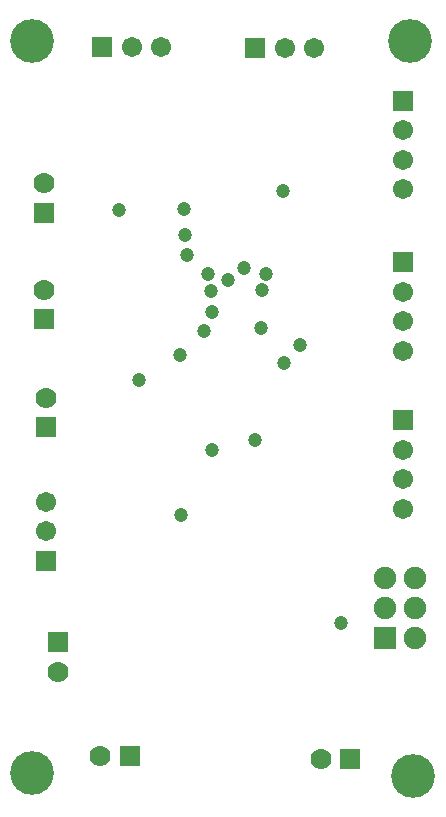
<source format=gbs>
G04*
G04 #@! TF.GenerationSoftware,Altium Limited,Altium Designer,24.1.2 (44)*
G04*
G04 Layer_Color=16711935*
%FSLAX44Y44*%
%MOMM*%
G71*
G04*
G04 #@! TF.SameCoordinates,8B991FCA-0915-420C-AD92-161D74BCA782*
G04*
G04*
G04 #@! TF.FilePolarity,Negative*
G04*
G01*
G75*
%ADD40R,1.7782X1.7782*%
%ADD41C,1.7782*%
%ADD42R,1.7782X1.7782*%
%ADD43C,1.9132*%
%ADD44R,1.9132X1.9132*%
%ADD45R,1.7112X1.7112*%
%ADD46C,1.7112*%
%ADD47C,3.7032*%
%ADD48R,1.7112X1.7112*%
%ADD49C,1.2032*%
D40*
X137160Y207010D02*
D03*
X323850Y204470D02*
D03*
D41*
X112160Y207010D02*
D03*
X76200Y278530D02*
D03*
X64600Y601780D02*
D03*
X298850Y204470D02*
D03*
X64770Y692150D02*
D03*
X65870Y510340D02*
D03*
D42*
X76200Y303530D02*
D03*
X64600Y576780D02*
D03*
X64770Y667150D02*
D03*
X65870Y485340D02*
D03*
D43*
X378460Y358140D02*
D03*
X353060D02*
D03*
X378460Y332740D02*
D03*
X353060D02*
D03*
X378460Y307340D02*
D03*
D44*
X353060D02*
D03*
D45*
X113830Y807720D02*
D03*
X243370Y806450D02*
D03*
D46*
X138830Y807720D02*
D03*
X163830D02*
D03*
X368300Y737000D02*
D03*
Y687000D02*
D03*
Y712000D02*
D03*
X293370Y806450D02*
D03*
X268370D02*
D03*
X368300Y441490D02*
D03*
Y416490D02*
D03*
Y466490D02*
D03*
X65870Y422510D02*
D03*
Y397510D02*
D03*
X368300Y575310D02*
D03*
Y550310D02*
D03*
Y600310D02*
D03*
D47*
X377190Y190500D02*
D03*
X54610Y193040D02*
D03*
X374650Y812800D02*
D03*
X54610D02*
D03*
D48*
X368300Y762000D02*
D03*
Y491490D02*
D03*
X65870Y372510D02*
D03*
X368300Y625310D02*
D03*
D49*
X183456Y648394D02*
D03*
X207010Y466090D02*
D03*
X144780Y525780D02*
D03*
X243158Y474472D02*
D03*
X205740Y600710D02*
D03*
X220020Y609910D02*
D03*
X203068Y614860D02*
D03*
X233356Y620706D02*
D03*
X248332Y569850D02*
D03*
X180340Y411480D02*
D03*
X128270Y669290D02*
D03*
X200062Y566955D02*
D03*
X316230Y320040D02*
D03*
X266700Y685800D02*
D03*
X248810Y601997D02*
D03*
X252250Y615160D02*
D03*
X267970Y539750D02*
D03*
X207010Y582930D02*
D03*
X185420Y631190D02*
D03*
X182626Y670052D02*
D03*
X281432Y555498D02*
D03*
X179324Y546862D02*
D03*
M02*

</source>
